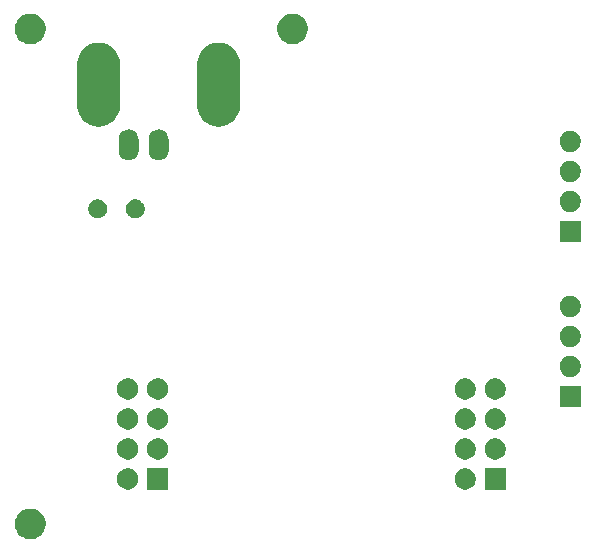
<source format=gbr>
G04 #@! TF.GenerationSoftware,KiCad,Pcbnew,5.1.5*
G04 #@! TF.CreationDate,2020-02-28T10:53:43-06:00*
G04 #@! TF.ProjectId,pcb,7063622e-6b69-4636-9164-5f7063625858,rev?*
G04 #@! TF.SameCoordinates,Original*
G04 #@! TF.FileFunction,Soldermask,Bot*
G04 #@! TF.FilePolarity,Negative*
%FSLAX46Y46*%
G04 Gerber Fmt 4.6, Leading zero omitted, Abs format (unit mm)*
G04 Created by KiCad (PCBNEW 5.1.5) date 2020-02-28 10:53:43*
%MOMM*%
%LPD*%
G04 APERTURE LIST*
%ADD10C,0.100000*%
G04 APERTURE END LIST*
D10*
G36*
X14984430Y-104159189D02*
G01*
X15221160Y-104257245D01*
X15434213Y-104399603D01*
X15615397Y-104580787D01*
X15757755Y-104793840D01*
X15855811Y-105030570D01*
X15905800Y-105281882D01*
X15905800Y-105538118D01*
X15855811Y-105789430D01*
X15757755Y-106026160D01*
X15615397Y-106239213D01*
X15434213Y-106420397D01*
X15221160Y-106562755D01*
X14984430Y-106660811D01*
X14733118Y-106710800D01*
X14476882Y-106710800D01*
X14225570Y-106660811D01*
X13988840Y-106562755D01*
X13775787Y-106420397D01*
X13594603Y-106239213D01*
X13452245Y-106026160D01*
X13354189Y-105789430D01*
X13304200Y-105538118D01*
X13304200Y-105281882D01*
X13354189Y-105030570D01*
X13452245Y-104793840D01*
X13594603Y-104580787D01*
X13775787Y-104399603D01*
X13988840Y-104257245D01*
X14225570Y-104159189D01*
X14476882Y-104109200D01*
X14733118Y-104109200D01*
X14984430Y-104159189D01*
G37*
G36*
X54875800Y-102500800D02*
G01*
X53074200Y-102500800D01*
X53074200Y-100699200D01*
X54875800Y-100699200D01*
X54875800Y-102500800D01*
G37*
G36*
X23122754Y-100733817D02*
G01*
X23286689Y-100801721D01*
X23434227Y-100900303D01*
X23559697Y-101025773D01*
X23658279Y-101173311D01*
X23726183Y-101337246D01*
X23760800Y-101511279D01*
X23760800Y-101688721D01*
X23726183Y-101862754D01*
X23658279Y-102026689D01*
X23559697Y-102174227D01*
X23434227Y-102299697D01*
X23286689Y-102398279D01*
X23122754Y-102466183D01*
X22948721Y-102500800D01*
X22771279Y-102500800D01*
X22597246Y-102466183D01*
X22433311Y-102398279D01*
X22285773Y-102299697D01*
X22160303Y-102174227D01*
X22061721Y-102026689D01*
X21993817Y-101862754D01*
X21959200Y-101688721D01*
X21959200Y-101511279D01*
X21993817Y-101337246D01*
X22061721Y-101173311D01*
X22160303Y-101025773D01*
X22285773Y-100900303D01*
X22433311Y-100801721D01*
X22597246Y-100733817D01*
X22771279Y-100699200D01*
X22948721Y-100699200D01*
X23122754Y-100733817D01*
G37*
G36*
X26300800Y-102500800D02*
G01*
X24499200Y-102500800D01*
X24499200Y-100699200D01*
X26300800Y-100699200D01*
X26300800Y-102500800D01*
G37*
G36*
X51697754Y-100733817D02*
G01*
X51861689Y-100801721D01*
X52009227Y-100900303D01*
X52134697Y-101025773D01*
X52233279Y-101173311D01*
X52301183Y-101337246D01*
X52335800Y-101511279D01*
X52335800Y-101688721D01*
X52301183Y-101862754D01*
X52233279Y-102026689D01*
X52134697Y-102174227D01*
X52009227Y-102299697D01*
X51861689Y-102398279D01*
X51697754Y-102466183D01*
X51523721Y-102500800D01*
X51346279Y-102500800D01*
X51172246Y-102466183D01*
X51008311Y-102398279D01*
X50860773Y-102299697D01*
X50735303Y-102174227D01*
X50636721Y-102026689D01*
X50568817Y-101862754D01*
X50534200Y-101688721D01*
X50534200Y-101511279D01*
X50568817Y-101337246D01*
X50636721Y-101173311D01*
X50735303Y-101025773D01*
X50860773Y-100900303D01*
X51008311Y-100801721D01*
X51172246Y-100733817D01*
X51346279Y-100699200D01*
X51523721Y-100699200D01*
X51697754Y-100733817D01*
G37*
G36*
X51697754Y-98193817D02*
G01*
X51861689Y-98261721D01*
X52009227Y-98360303D01*
X52134697Y-98485773D01*
X52233279Y-98633311D01*
X52301183Y-98797246D01*
X52335800Y-98971279D01*
X52335800Y-99148721D01*
X52301183Y-99322754D01*
X52233279Y-99486689D01*
X52134697Y-99634227D01*
X52009227Y-99759697D01*
X51861689Y-99858279D01*
X51697754Y-99926183D01*
X51523721Y-99960800D01*
X51346279Y-99960800D01*
X51172246Y-99926183D01*
X51008311Y-99858279D01*
X50860773Y-99759697D01*
X50735303Y-99634227D01*
X50636721Y-99486689D01*
X50568817Y-99322754D01*
X50534200Y-99148721D01*
X50534200Y-98971279D01*
X50568817Y-98797246D01*
X50636721Y-98633311D01*
X50735303Y-98485773D01*
X50860773Y-98360303D01*
X51008311Y-98261721D01*
X51172246Y-98193817D01*
X51346279Y-98159200D01*
X51523721Y-98159200D01*
X51697754Y-98193817D01*
G37*
G36*
X23122754Y-98193817D02*
G01*
X23286689Y-98261721D01*
X23434227Y-98360303D01*
X23559697Y-98485773D01*
X23658279Y-98633311D01*
X23726183Y-98797246D01*
X23760800Y-98971279D01*
X23760800Y-99148721D01*
X23726183Y-99322754D01*
X23658279Y-99486689D01*
X23559697Y-99634227D01*
X23434227Y-99759697D01*
X23286689Y-99858279D01*
X23122754Y-99926183D01*
X22948721Y-99960800D01*
X22771279Y-99960800D01*
X22597246Y-99926183D01*
X22433311Y-99858279D01*
X22285773Y-99759697D01*
X22160303Y-99634227D01*
X22061721Y-99486689D01*
X21993817Y-99322754D01*
X21959200Y-99148721D01*
X21959200Y-98971279D01*
X21993817Y-98797246D01*
X22061721Y-98633311D01*
X22160303Y-98485773D01*
X22285773Y-98360303D01*
X22433311Y-98261721D01*
X22597246Y-98193817D01*
X22771279Y-98159200D01*
X22948721Y-98159200D01*
X23122754Y-98193817D01*
G37*
G36*
X25662754Y-98193817D02*
G01*
X25826689Y-98261721D01*
X25974227Y-98360303D01*
X26099697Y-98485773D01*
X26198279Y-98633311D01*
X26266183Y-98797246D01*
X26300800Y-98971279D01*
X26300800Y-99148721D01*
X26266183Y-99322754D01*
X26198279Y-99486689D01*
X26099697Y-99634227D01*
X25974227Y-99759697D01*
X25826689Y-99858279D01*
X25662754Y-99926183D01*
X25488721Y-99960800D01*
X25311279Y-99960800D01*
X25137246Y-99926183D01*
X24973311Y-99858279D01*
X24825773Y-99759697D01*
X24700303Y-99634227D01*
X24601721Y-99486689D01*
X24533817Y-99322754D01*
X24499200Y-99148721D01*
X24499200Y-98971279D01*
X24533817Y-98797246D01*
X24601721Y-98633311D01*
X24700303Y-98485773D01*
X24825773Y-98360303D01*
X24973311Y-98261721D01*
X25137246Y-98193817D01*
X25311279Y-98159200D01*
X25488721Y-98159200D01*
X25662754Y-98193817D01*
G37*
G36*
X54237754Y-98193817D02*
G01*
X54401689Y-98261721D01*
X54549227Y-98360303D01*
X54674697Y-98485773D01*
X54773279Y-98633311D01*
X54841183Y-98797246D01*
X54875800Y-98971279D01*
X54875800Y-99148721D01*
X54841183Y-99322754D01*
X54773279Y-99486689D01*
X54674697Y-99634227D01*
X54549227Y-99759697D01*
X54401689Y-99858279D01*
X54237754Y-99926183D01*
X54063721Y-99960800D01*
X53886279Y-99960800D01*
X53712246Y-99926183D01*
X53548311Y-99858279D01*
X53400773Y-99759697D01*
X53275303Y-99634227D01*
X53176721Y-99486689D01*
X53108817Y-99322754D01*
X53074200Y-99148721D01*
X53074200Y-98971279D01*
X53108817Y-98797246D01*
X53176721Y-98633311D01*
X53275303Y-98485773D01*
X53400773Y-98360303D01*
X53548311Y-98261721D01*
X53712246Y-98193817D01*
X53886279Y-98159200D01*
X54063721Y-98159200D01*
X54237754Y-98193817D01*
G37*
G36*
X54237754Y-95653817D02*
G01*
X54401689Y-95721721D01*
X54549227Y-95820303D01*
X54674697Y-95945773D01*
X54773279Y-96093311D01*
X54841183Y-96257246D01*
X54875800Y-96431279D01*
X54875800Y-96608721D01*
X54841183Y-96782754D01*
X54773279Y-96946689D01*
X54674697Y-97094227D01*
X54549227Y-97219697D01*
X54401689Y-97318279D01*
X54237754Y-97386183D01*
X54063721Y-97420800D01*
X53886279Y-97420800D01*
X53712246Y-97386183D01*
X53548311Y-97318279D01*
X53400773Y-97219697D01*
X53275303Y-97094227D01*
X53176721Y-96946689D01*
X53108817Y-96782754D01*
X53074200Y-96608721D01*
X53074200Y-96431279D01*
X53108817Y-96257246D01*
X53176721Y-96093311D01*
X53275303Y-95945773D01*
X53400773Y-95820303D01*
X53548311Y-95721721D01*
X53712246Y-95653817D01*
X53886279Y-95619200D01*
X54063721Y-95619200D01*
X54237754Y-95653817D01*
G37*
G36*
X51697754Y-95653817D02*
G01*
X51861689Y-95721721D01*
X52009227Y-95820303D01*
X52134697Y-95945773D01*
X52233279Y-96093311D01*
X52301183Y-96257246D01*
X52335800Y-96431279D01*
X52335800Y-96608721D01*
X52301183Y-96782754D01*
X52233279Y-96946689D01*
X52134697Y-97094227D01*
X52009227Y-97219697D01*
X51861689Y-97318279D01*
X51697754Y-97386183D01*
X51523721Y-97420800D01*
X51346279Y-97420800D01*
X51172246Y-97386183D01*
X51008311Y-97318279D01*
X50860773Y-97219697D01*
X50735303Y-97094227D01*
X50636721Y-96946689D01*
X50568817Y-96782754D01*
X50534200Y-96608721D01*
X50534200Y-96431279D01*
X50568817Y-96257246D01*
X50636721Y-96093311D01*
X50735303Y-95945773D01*
X50860773Y-95820303D01*
X51008311Y-95721721D01*
X51172246Y-95653817D01*
X51346279Y-95619200D01*
X51523721Y-95619200D01*
X51697754Y-95653817D01*
G37*
G36*
X23122754Y-95653817D02*
G01*
X23286689Y-95721721D01*
X23434227Y-95820303D01*
X23559697Y-95945773D01*
X23658279Y-96093311D01*
X23726183Y-96257246D01*
X23760800Y-96431279D01*
X23760800Y-96608721D01*
X23726183Y-96782754D01*
X23658279Y-96946689D01*
X23559697Y-97094227D01*
X23434227Y-97219697D01*
X23286689Y-97318279D01*
X23122754Y-97386183D01*
X22948721Y-97420800D01*
X22771279Y-97420800D01*
X22597246Y-97386183D01*
X22433311Y-97318279D01*
X22285773Y-97219697D01*
X22160303Y-97094227D01*
X22061721Y-96946689D01*
X21993817Y-96782754D01*
X21959200Y-96608721D01*
X21959200Y-96431279D01*
X21993817Y-96257246D01*
X22061721Y-96093311D01*
X22160303Y-95945773D01*
X22285773Y-95820303D01*
X22433311Y-95721721D01*
X22597246Y-95653817D01*
X22771279Y-95619200D01*
X22948721Y-95619200D01*
X23122754Y-95653817D01*
G37*
G36*
X25662754Y-95653817D02*
G01*
X25826689Y-95721721D01*
X25974227Y-95820303D01*
X26099697Y-95945773D01*
X26198279Y-96093311D01*
X26266183Y-96257246D01*
X26300800Y-96431279D01*
X26300800Y-96608721D01*
X26266183Y-96782754D01*
X26198279Y-96946689D01*
X26099697Y-97094227D01*
X25974227Y-97219697D01*
X25826689Y-97318279D01*
X25662754Y-97386183D01*
X25488721Y-97420800D01*
X25311279Y-97420800D01*
X25137246Y-97386183D01*
X24973311Y-97318279D01*
X24825773Y-97219697D01*
X24700303Y-97094227D01*
X24601721Y-96946689D01*
X24533817Y-96782754D01*
X24499200Y-96608721D01*
X24499200Y-96431279D01*
X24533817Y-96257246D01*
X24601721Y-96093311D01*
X24700303Y-95945773D01*
X24825773Y-95820303D01*
X24973311Y-95721721D01*
X25137246Y-95653817D01*
X25311279Y-95619200D01*
X25488721Y-95619200D01*
X25662754Y-95653817D01*
G37*
G36*
X61225800Y-95515800D02*
G01*
X59424200Y-95515800D01*
X59424200Y-93714200D01*
X61225800Y-93714200D01*
X61225800Y-95515800D01*
G37*
G36*
X51697754Y-93113817D02*
G01*
X51861689Y-93181721D01*
X52009227Y-93280303D01*
X52134697Y-93405773D01*
X52233279Y-93553311D01*
X52301183Y-93717246D01*
X52335800Y-93891279D01*
X52335800Y-94068721D01*
X52301183Y-94242754D01*
X52233279Y-94406689D01*
X52134697Y-94554227D01*
X52009227Y-94679697D01*
X51861689Y-94778279D01*
X51697754Y-94846183D01*
X51523721Y-94880800D01*
X51346279Y-94880800D01*
X51172246Y-94846183D01*
X51008311Y-94778279D01*
X50860773Y-94679697D01*
X50735303Y-94554227D01*
X50636721Y-94406689D01*
X50568817Y-94242754D01*
X50534200Y-94068721D01*
X50534200Y-93891279D01*
X50568817Y-93717246D01*
X50636721Y-93553311D01*
X50735303Y-93405773D01*
X50860773Y-93280303D01*
X51008311Y-93181721D01*
X51172246Y-93113817D01*
X51346279Y-93079200D01*
X51523721Y-93079200D01*
X51697754Y-93113817D01*
G37*
G36*
X25662754Y-93113817D02*
G01*
X25826689Y-93181721D01*
X25974227Y-93280303D01*
X26099697Y-93405773D01*
X26198279Y-93553311D01*
X26266183Y-93717246D01*
X26300800Y-93891279D01*
X26300800Y-94068721D01*
X26266183Y-94242754D01*
X26198279Y-94406689D01*
X26099697Y-94554227D01*
X25974227Y-94679697D01*
X25826689Y-94778279D01*
X25662754Y-94846183D01*
X25488721Y-94880800D01*
X25311279Y-94880800D01*
X25137246Y-94846183D01*
X24973311Y-94778279D01*
X24825773Y-94679697D01*
X24700303Y-94554227D01*
X24601721Y-94406689D01*
X24533817Y-94242754D01*
X24499200Y-94068721D01*
X24499200Y-93891279D01*
X24533817Y-93717246D01*
X24601721Y-93553311D01*
X24700303Y-93405773D01*
X24825773Y-93280303D01*
X24973311Y-93181721D01*
X25137246Y-93113817D01*
X25311279Y-93079200D01*
X25488721Y-93079200D01*
X25662754Y-93113817D01*
G37*
G36*
X23122754Y-93113817D02*
G01*
X23286689Y-93181721D01*
X23434227Y-93280303D01*
X23559697Y-93405773D01*
X23658279Y-93553311D01*
X23726183Y-93717246D01*
X23760800Y-93891279D01*
X23760800Y-94068721D01*
X23726183Y-94242754D01*
X23658279Y-94406689D01*
X23559697Y-94554227D01*
X23434227Y-94679697D01*
X23286689Y-94778279D01*
X23122754Y-94846183D01*
X22948721Y-94880800D01*
X22771279Y-94880800D01*
X22597246Y-94846183D01*
X22433311Y-94778279D01*
X22285773Y-94679697D01*
X22160303Y-94554227D01*
X22061721Y-94406689D01*
X21993817Y-94242754D01*
X21959200Y-94068721D01*
X21959200Y-93891279D01*
X21993817Y-93717246D01*
X22061721Y-93553311D01*
X22160303Y-93405773D01*
X22285773Y-93280303D01*
X22433311Y-93181721D01*
X22597246Y-93113817D01*
X22771279Y-93079200D01*
X22948721Y-93079200D01*
X23122754Y-93113817D01*
G37*
G36*
X54237754Y-93113817D02*
G01*
X54401689Y-93181721D01*
X54549227Y-93280303D01*
X54674697Y-93405773D01*
X54773279Y-93553311D01*
X54841183Y-93717246D01*
X54875800Y-93891279D01*
X54875800Y-94068721D01*
X54841183Y-94242754D01*
X54773279Y-94406689D01*
X54674697Y-94554227D01*
X54549227Y-94679697D01*
X54401689Y-94778279D01*
X54237754Y-94846183D01*
X54063721Y-94880800D01*
X53886279Y-94880800D01*
X53712246Y-94846183D01*
X53548311Y-94778279D01*
X53400773Y-94679697D01*
X53275303Y-94554227D01*
X53176721Y-94406689D01*
X53108817Y-94242754D01*
X53074200Y-94068721D01*
X53074200Y-93891279D01*
X53108817Y-93717246D01*
X53176721Y-93553311D01*
X53275303Y-93405773D01*
X53400773Y-93280303D01*
X53548311Y-93181721D01*
X53712246Y-93113817D01*
X53886279Y-93079200D01*
X54063721Y-93079200D01*
X54237754Y-93113817D01*
G37*
G36*
X60587754Y-91208817D02*
G01*
X60751689Y-91276721D01*
X60899227Y-91375303D01*
X61024697Y-91500773D01*
X61123279Y-91648311D01*
X61191183Y-91812246D01*
X61225800Y-91986279D01*
X61225800Y-92163721D01*
X61191183Y-92337754D01*
X61123279Y-92501689D01*
X61024697Y-92649227D01*
X60899227Y-92774697D01*
X60751689Y-92873279D01*
X60587754Y-92941183D01*
X60413721Y-92975800D01*
X60236279Y-92975800D01*
X60062246Y-92941183D01*
X59898311Y-92873279D01*
X59750773Y-92774697D01*
X59625303Y-92649227D01*
X59526721Y-92501689D01*
X59458817Y-92337754D01*
X59424200Y-92163721D01*
X59424200Y-91986279D01*
X59458817Y-91812246D01*
X59526721Y-91648311D01*
X59625303Y-91500773D01*
X59750773Y-91375303D01*
X59898311Y-91276721D01*
X60062246Y-91208817D01*
X60236279Y-91174200D01*
X60413721Y-91174200D01*
X60587754Y-91208817D01*
G37*
G36*
X60587754Y-88668817D02*
G01*
X60751689Y-88736721D01*
X60899227Y-88835303D01*
X61024697Y-88960773D01*
X61123279Y-89108311D01*
X61191183Y-89272246D01*
X61225800Y-89446279D01*
X61225800Y-89623721D01*
X61191183Y-89797754D01*
X61123279Y-89961689D01*
X61024697Y-90109227D01*
X60899227Y-90234697D01*
X60751689Y-90333279D01*
X60587754Y-90401183D01*
X60413721Y-90435800D01*
X60236279Y-90435800D01*
X60062246Y-90401183D01*
X59898311Y-90333279D01*
X59750773Y-90234697D01*
X59625303Y-90109227D01*
X59526721Y-89961689D01*
X59458817Y-89797754D01*
X59424200Y-89623721D01*
X59424200Y-89446279D01*
X59458817Y-89272246D01*
X59526721Y-89108311D01*
X59625303Y-88960773D01*
X59750773Y-88835303D01*
X59898311Y-88736721D01*
X60062246Y-88668817D01*
X60236279Y-88634200D01*
X60413721Y-88634200D01*
X60587754Y-88668817D01*
G37*
G36*
X60587754Y-86128817D02*
G01*
X60751689Y-86196721D01*
X60899227Y-86295303D01*
X61024697Y-86420773D01*
X61123279Y-86568311D01*
X61191183Y-86732246D01*
X61225800Y-86906279D01*
X61225800Y-87083721D01*
X61191183Y-87257754D01*
X61123279Y-87421689D01*
X61024697Y-87569227D01*
X60899227Y-87694697D01*
X60751689Y-87793279D01*
X60587754Y-87861183D01*
X60413721Y-87895800D01*
X60236279Y-87895800D01*
X60062246Y-87861183D01*
X59898311Y-87793279D01*
X59750773Y-87694697D01*
X59625303Y-87569227D01*
X59526721Y-87421689D01*
X59458817Y-87257754D01*
X59424200Y-87083721D01*
X59424200Y-86906279D01*
X59458817Y-86732246D01*
X59526721Y-86568311D01*
X59625303Y-86420773D01*
X59750773Y-86295303D01*
X59898311Y-86196721D01*
X60062246Y-86128817D01*
X60236279Y-86094200D01*
X60413721Y-86094200D01*
X60587754Y-86128817D01*
G37*
G36*
X61225800Y-81545800D02*
G01*
X59424200Y-81545800D01*
X59424200Y-79744200D01*
X61225800Y-79744200D01*
X61225800Y-81545800D01*
G37*
G36*
X23728585Y-77969974D02*
G01*
X23874322Y-78030339D01*
X24005482Y-78117978D01*
X24117022Y-78229518D01*
X24204661Y-78360678D01*
X24265026Y-78506415D01*
X24295800Y-78661128D01*
X24295800Y-78818872D01*
X24265026Y-78973585D01*
X24204661Y-79119322D01*
X24117022Y-79250482D01*
X24005482Y-79362022D01*
X23874322Y-79449661D01*
X23728585Y-79510026D01*
X23573872Y-79540800D01*
X23416128Y-79540800D01*
X23261415Y-79510026D01*
X23115678Y-79449661D01*
X22984518Y-79362022D01*
X22872978Y-79250482D01*
X22785339Y-79119322D01*
X22724974Y-78973585D01*
X22694200Y-78818872D01*
X22694200Y-78661128D01*
X22724974Y-78506415D01*
X22785339Y-78360678D01*
X22872978Y-78229518D01*
X22984518Y-78117978D01*
X23115678Y-78030339D01*
X23261415Y-77969974D01*
X23416128Y-77939200D01*
X23573872Y-77939200D01*
X23728585Y-77969974D01*
G37*
G36*
X20553585Y-77969974D02*
G01*
X20699322Y-78030339D01*
X20830482Y-78117978D01*
X20942022Y-78229518D01*
X21029661Y-78360678D01*
X21090026Y-78506415D01*
X21120800Y-78661128D01*
X21120800Y-78818872D01*
X21090026Y-78973585D01*
X21029661Y-79119322D01*
X20942022Y-79250482D01*
X20830482Y-79362022D01*
X20699322Y-79449661D01*
X20553585Y-79510026D01*
X20398872Y-79540800D01*
X20241128Y-79540800D01*
X20086415Y-79510026D01*
X19940678Y-79449661D01*
X19809518Y-79362022D01*
X19697978Y-79250482D01*
X19610339Y-79119322D01*
X19549974Y-78973585D01*
X19519200Y-78818872D01*
X19519200Y-78661128D01*
X19549974Y-78506415D01*
X19610339Y-78360678D01*
X19697978Y-78229518D01*
X19809518Y-78117978D01*
X19940678Y-78030339D01*
X20086415Y-77969974D01*
X20241128Y-77939200D01*
X20398872Y-77939200D01*
X20553585Y-77969974D01*
G37*
G36*
X60587754Y-77238817D02*
G01*
X60751689Y-77306721D01*
X60899227Y-77405303D01*
X61024697Y-77530773D01*
X61123279Y-77678311D01*
X61191183Y-77842246D01*
X61225800Y-78016279D01*
X61225800Y-78193721D01*
X61191183Y-78367754D01*
X61123279Y-78531689D01*
X61024697Y-78679227D01*
X60899227Y-78804697D01*
X60751689Y-78903279D01*
X60587754Y-78971183D01*
X60413721Y-79005800D01*
X60236279Y-79005800D01*
X60062246Y-78971183D01*
X59898311Y-78903279D01*
X59750773Y-78804697D01*
X59625303Y-78679227D01*
X59526721Y-78531689D01*
X59458817Y-78367754D01*
X59424200Y-78193721D01*
X59424200Y-78016279D01*
X59458817Y-77842246D01*
X59526721Y-77678311D01*
X59625303Y-77530773D01*
X59750773Y-77405303D01*
X59898311Y-77306721D01*
X60062246Y-77238817D01*
X60236279Y-77204200D01*
X60413721Y-77204200D01*
X60587754Y-77238817D01*
G37*
G36*
X60587754Y-74698817D02*
G01*
X60751689Y-74766721D01*
X60899227Y-74865303D01*
X61024697Y-74990773D01*
X61123279Y-75138311D01*
X61191183Y-75302246D01*
X61225800Y-75476279D01*
X61225800Y-75653721D01*
X61191183Y-75827754D01*
X61123279Y-75991689D01*
X61024697Y-76139227D01*
X60899227Y-76264697D01*
X60751689Y-76363279D01*
X60587754Y-76431183D01*
X60413721Y-76465800D01*
X60236279Y-76465800D01*
X60062246Y-76431183D01*
X59898311Y-76363279D01*
X59750773Y-76264697D01*
X59625303Y-76139227D01*
X59526721Y-75991689D01*
X59458817Y-75827754D01*
X59424200Y-75653721D01*
X59424200Y-75476279D01*
X59458817Y-75302246D01*
X59526721Y-75138311D01*
X59625303Y-74990773D01*
X59750773Y-74865303D01*
X59898311Y-74766721D01*
X60062246Y-74698817D01*
X60236279Y-74664200D01*
X60413721Y-74664200D01*
X60587754Y-74698817D01*
G37*
G36*
X25646781Y-72031510D02*
G01*
X25646784Y-72031511D01*
X25646785Y-72031511D01*
X25713013Y-72051601D01*
X25807162Y-72080161D01*
X25954967Y-72159164D01*
X26084515Y-72265481D01*
X26084517Y-72265483D01*
X26190837Y-72395034D01*
X26220629Y-72450772D01*
X26269839Y-72542837D01*
X26318490Y-72703218D01*
X26330800Y-72828204D01*
X26330800Y-73811796D01*
X26318490Y-73936782D01*
X26269839Y-74097163D01*
X26230338Y-74171064D01*
X26190837Y-74244966D01*
X26084517Y-74374517D01*
X25954966Y-74480837D01*
X25881064Y-74520338D01*
X25807163Y-74559839D01*
X25713014Y-74588399D01*
X25646786Y-74608489D01*
X25646785Y-74608489D01*
X25646782Y-74608490D01*
X25480000Y-74624917D01*
X25313219Y-74608490D01*
X25313216Y-74608489D01*
X25313215Y-74608489D01*
X25246987Y-74588399D01*
X25152838Y-74559839D01*
X25078937Y-74520338D01*
X25005035Y-74480837D01*
X24875484Y-74374517D01*
X24769164Y-74244966D01*
X24729663Y-74171064D01*
X24690162Y-74097163D01*
X24641511Y-73936782D01*
X24629200Y-73811795D01*
X24629200Y-72828205D01*
X24641510Y-72703219D01*
X24641512Y-72703214D01*
X24661601Y-72636987D01*
X24690161Y-72542838D01*
X24769164Y-72395033D01*
X24875481Y-72265485D01*
X24875483Y-72265483D01*
X25005034Y-72159163D01*
X25078936Y-72119662D01*
X25152837Y-72080161D01*
X25246986Y-72051601D01*
X25313214Y-72031511D01*
X25313215Y-72031511D01*
X25313218Y-72031510D01*
X25480000Y-72015083D01*
X25646781Y-72031510D01*
G37*
G36*
X23106781Y-72031510D02*
G01*
X23106784Y-72031511D01*
X23106785Y-72031511D01*
X23173013Y-72051601D01*
X23267162Y-72080161D01*
X23414967Y-72159164D01*
X23544515Y-72265481D01*
X23544517Y-72265483D01*
X23650837Y-72395034D01*
X23680629Y-72450772D01*
X23729839Y-72542837D01*
X23778490Y-72703218D01*
X23790800Y-72828204D01*
X23790800Y-73811796D01*
X23778490Y-73936782D01*
X23729839Y-74097163D01*
X23690338Y-74171064D01*
X23650837Y-74244966D01*
X23544517Y-74374517D01*
X23414966Y-74480837D01*
X23341064Y-74520338D01*
X23267163Y-74559839D01*
X23173014Y-74588399D01*
X23106786Y-74608489D01*
X23106785Y-74608489D01*
X23106782Y-74608490D01*
X22940000Y-74624917D01*
X22773219Y-74608490D01*
X22773216Y-74608489D01*
X22773215Y-74608489D01*
X22706987Y-74588399D01*
X22612838Y-74559839D01*
X22538937Y-74520338D01*
X22465035Y-74480837D01*
X22335484Y-74374517D01*
X22229164Y-74244966D01*
X22189663Y-74171064D01*
X22150162Y-74097163D01*
X22101511Y-73936782D01*
X22089200Y-73811795D01*
X22089200Y-72828205D01*
X22101510Y-72703219D01*
X22101512Y-72703214D01*
X22121601Y-72636987D01*
X22150161Y-72542838D01*
X22229164Y-72395033D01*
X22335481Y-72265485D01*
X22335483Y-72265483D01*
X22465034Y-72159163D01*
X22538936Y-72119662D01*
X22612837Y-72080161D01*
X22706986Y-72051601D01*
X22773214Y-72031511D01*
X22773215Y-72031511D01*
X22773218Y-72031510D01*
X22940000Y-72015083D01*
X23106781Y-72031510D01*
G37*
G36*
X60587754Y-72158817D02*
G01*
X60751689Y-72226721D01*
X60899227Y-72325303D01*
X61024697Y-72450773D01*
X61123279Y-72598311D01*
X61191183Y-72762246D01*
X61225800Y-72936279D01*
X61225800Y-73113721D01*
X61191183Y-73287754D01*
X61123279Y-73451689D01*
X61024697Y-73599227D01*
X60899227Y-73724697D01*
X60751689Y-73823279D01*
X60587754Y-73891183D01*
X60413721Y-73925800D01*
X60236279Y-73925800D01*
X60062246Y-73891183D01*
X59898311Y-73823279D01*
X59750773Y-73724697D01*
X59625303Y-73599227D01*
X59526721Y-73451689D01*
X59458817Y-73287754D01*
X59424200Y-73113721D01*
X59424200Y-72936279D01*
X59458817Y-72762246D01*
X59526721Y-72598311D01*
X59625303Y-72450773D01*
X59750773Y-72325303D01*
X59898311Y-72226721D01*
X60062246Y-72158817D01*
X60236279Y-72124200D01*
X60413721Y-72124200D01*
X60587754Y-72158817D01*
G37*
G36*
X30913014Y-64715255D02*
G01*
X30913017Y-64715256D01*
X31252470Y-64818228D01*
X31524915Y-64963853D01*
X31565313Y-64985446D01*
X31839517Y-65210479D01*
X31839519Y-65210481D01*
X32064555Y-65484688D01*
X32231772Y-65797529D01*
X32231772Y-65797530D01*
X32334745Y-66136985D01*
X32360800Y-66401528D01*
X32360800Y-70078472D01*
X32334745Y-70343015D01*
X32334744Y-70343018D01*
X32231772Y-70682471D01*
X32064555Y-70995312D01*
X31839519Y-71269519D01*
X31565312Y-71494555D01*
X31252471Y-71661772D01*
X30951836Y-71752969D01*
X30913015Y-71764745D01*
X30560000Y-71799514D01*
X30206986Y-71764745D01*
X30168165Y-71752969D01*
X29867530Y-71661772D01*
X29554689Y-71494555D01*
X29280482Y-71269519D01*
X29055446Y-70995312D01*
X28888229Y-70682471D01*
X28785257Y-70343018D01*
X28785256Y-70343015D01*
X28759201Y-70078472D01*
X28759200Y-66401529D01*
X28785255Y-66136986D01*
X28797031Y-66098165D01*
X28888228Y-65797530D01*
X29055445Y-65484689D01*
X29055446Y-65484687D01*
X29280479Y-65210483D01*
X29280481Y-65210481D01*
X29554688Y-64985445D01*
X29867529Y-64818228D01*
X30206982Y-64715256D01*
X30206985Y-64715255D01*
X30560000Y-64680486D01*
X30913014Y-64715255D01*
G37*
G36*
X20753014Y-64715255D02*
G01*
X20753017Y-64715256D01*
X21092470Y-64818228D01*
X21364915Y-64963853D01*
X21405313Y-64985446D01*
X21679517Y-65210479D01*
X21679519Y-65210481D01*
X21904555Y-65484688D01*
X22071772Y-65797529D01*
X22071772Y-65797530D01*
X22174745Y-66136985D01*
X22200800Y-66401528D01*
X22200800Y-70078472D01*
X22174745Y-70343015D01*
X22174744Y-70343018D01*
X22071772Y-70682471D01*
X21904555Y-70995312D01*
X21679519Y-71269519D01*
X21405312Y-71494555D01*
X21092471Y-71661772D01*
X20791836Y-71752969D01*
X20753015Y-71764745D01*
X20400000Y-71799514D01*
X20046986Y-71764745D01*
X20008165Y-71752969D01*
X19707530Y-71661772D01*
X19394689Y-71494555D01*
X19120482Y-71269519D01*
X18895446Y-70995312D01*
X18728229Y-70682471D01*
X18625257Y-70343018D01*
X18625256Y-70343015D01*
X18599201Y-70078472D01*
X18599200Y-66401529D01*
X18625255Y-66136986D01*
X18637031Y-66098165D01*
X18728228Y-65797530D01*
X18895445Y-65484689D01*
X18895446Y-65484687D01*
X19120479Y-65210483D01*
X19120481Y-65210481D01*
X19394688Y-64985445D01*
X19707529Y-64818228D01*
X20046982Y-64715256D01*
X20046985Y-64715255D01*
X20400000Y-64680486D01*
X20753014Y-64715255D01*
G37*
G36*
X14984430Y-62249189D02*
G01*
X15221160Y-62347245D01*
X15434213Y-62489603D01*
X15615397Y-62670787D01*
X15757755Y-62883840D01*
X15855811Y-63120570D01*
X15905800Y-63371882D01*
X15905800Y-63628118D01*
X15855811Y-63879430D01*
X15757755Y-64116160D01*
X15615397Y-64329213D01*
X15434213Y-64510397D01*
X15221160Y-64652755D01*
X14984430Y-64750811D01*
X14733118Y-64800800D01*
X14476882Y-64800800D01*
X14225570Y-64750811D01*
X13988840Y-64652755D01*
X13775787Y-64510397D01*
X13594603Y-64329213D01*
X13452245Y-64116160D01*
X13354189Y-63879430D01*
X13304200Y-63628118D01*
X13304200Y-63371882D01*
X13354189Y-63120570D01*
X13452245Y-62883840D01*
X13594603Y-62670787D01*
X13775787Y-62489603D01*
X13988840Y-62347245D01*
X14225570Y-62249189D01*
X14476882Y-62199200D01*
X14733118Y-62199200D01*
X14984430Y-62249189D01*
G37*
G36*
X37209430Y-62249189D02*
G01*
X37446160Y-62347245D01*
X37659213Y-62489603D01*
X37840397Y-62670787D01*
X37982755Y-62883840D01*
X38080811Y-63120570D01*
X38130800Y-63371882D01*
X38130800Y-63628118D01*
X38080811Y-63879430D01*
X37982755Y-64116160D01*
X37840397Y-64329213D01*
X37659213Y-64510397D01*
X37446160Y-64652755D01*
X37209430Y-64750811D01*
X36958118Y-64800800D01*
X36701882Y-64800800D01*
X36450570Y-64750811D01*
X36213840Y-64652755D01*
X36000787Y-64510397D01*
X35819603Y-64329213D01*
X35677245Y-64116160D01*
X35579189Y-63879430D01*
X35529200Y-63628118D01*
X35529200Y-63371882D01*
X35579189Y-63120570D01*
X35677245Y-62883840D01*
X35819603Y-62670787D01*
X36000787Y-62489603D01*
X36213840Y-62347245D01*
X36450570Y-62249189D01*
X36701882Y-62199200D01*
X36958118Y-62199200D01*
X37209430Y-62249189D01*
G37*
M02*

</source>
